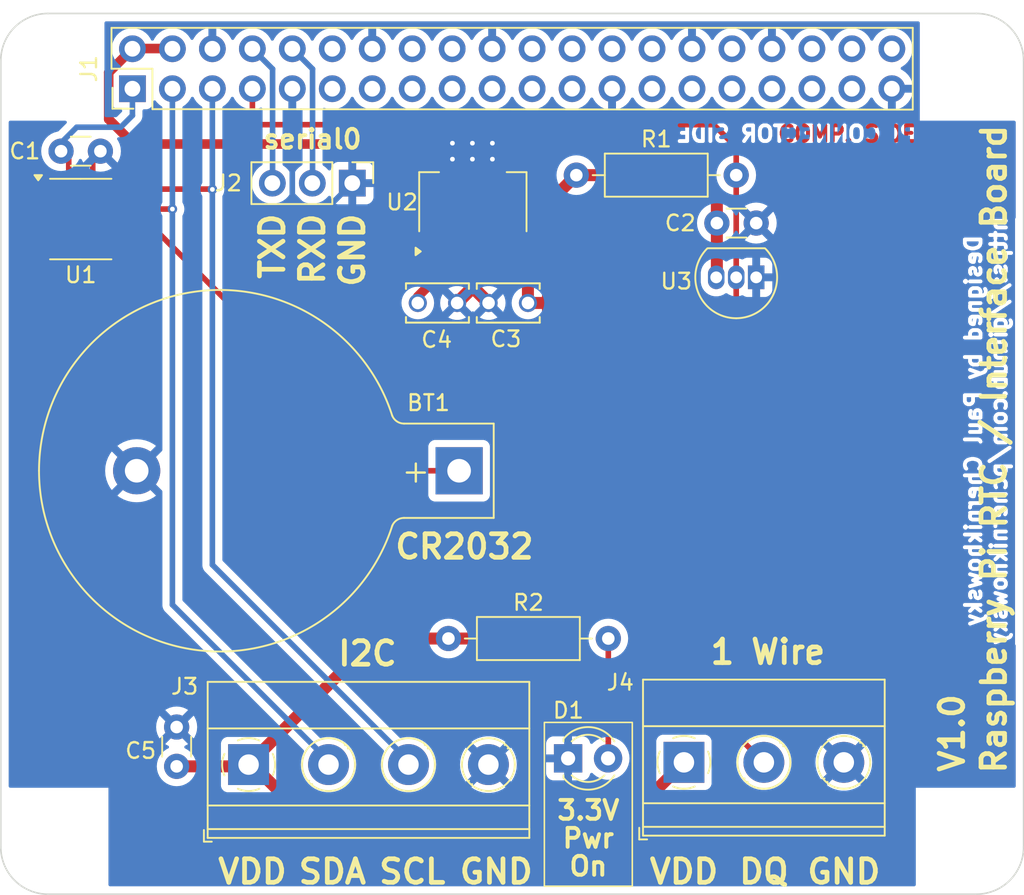
<source format=kicad_pcb>
(kicad_pcb (version 20240108) (generator "pcbnew") (generator_version "8.0")
  (title_block (title "Raspberry Pi RTC / Interface Board") (date "2024-07-20") (rev "V1.0") (company "Paul Chernikhowsky"))
  (layers (0 "F.Cu" signal) (31 "B.Cu" signal) (34 "B.Paste" user) (35 "F.Paste" user) (36 "B.SilkS" user "B.Silkscreen") (37 "F.SilkS" user "F.Silkscreen") (38 "B.Mask" user) (39 "F.Mask" user) (44 "Edge.Cuts" user))
  (net 0 "")
  (net 11 "+3V3")
  (net 13 "Net-(J1-BCM3_SCL)")
  (net 21 "Net-(J1-BCM2_SDA)")
  (net 25 "Net-(J1-BCM15_RXD)")
  (net 28 "Net-(J1-BCM4_GPCLK0)")
  (net 29 "GND")
  (net 30 "Net-(BT1-+)")
  (net 31 "Net-(D1-A)")
  (net 32 "Net-(J1-BCM14_TXD)")
  (net 34 "Net-(U1-VCC)")
  (net 38 "Net-(U2-VI)")
  (footprint "TerminalBlock_Phoenix:TerminalBlock_Phoenix_MKDS-1,5-3-5.08_1x03_P5.08mm_Horizontal" (layer "F.Cu") (at 160.523 130.718)
    (property "Reference" "J4" (at -4.043 -5.08 180) (layer "F.SilkS"))
    (property "Value" "Phoenix_1729131")
    (fp_line (start -2.84 4.16) (end -2.84 4.9) (stroke (width 0.12)) (layer "F.SilkS"))
    (fp_line (start -2.84 4.9) (end -2.34 4.9) (stroke (width 0.12)) (layer "F.SilkS"))
    (fp_line (start -2.6 -5.261) (end -2.6 4.66) (stroke (width 0.12)) (layer "F.SilkS"))
    (fp_line (start -2.6 -5.261) (end 12.76 -5.261) (stroke (width 0.12)) (layer "F.SilkS"))
    (fp_line (start -2.6 -2.301) (end 12.76 -2.301) (stroke (width 0.12)) (layer "F.SilkS"))
    (fp_line (start -2.6 2.6) (end 12.76 2.6) (stroke (width 0.12)) (layer "F.SilkS"))
    (fp_line (start -2.6 4.1) (end 12.76 4.1) (stroke (width 0.12)) (layer "F.SilkS"))
    (fp_line (start -2.6 4.66) (end 12.76 4.66) (stroke (width 0.12)) (layer "F.SilkS"))
    (fp_line (start 3.853 1.023) (end 3.806 1.069) (stroke (width 0.12)) (layer "F.SilkS"))
    (fp_line (start 4.046 1.239) (end 4.011 1.274) (stroke (width 0.12)) (layer "F.SilkS"))
    (fp_line (start 6.15 -1.275) (end 6.115 -1.239) (stroke (width 0.12)) (layer "F.SilkS"))
    (fp_line (start 6.355 -1.069) (end 6.308 -1.023) (stroke (width 0.12)) (layer "F.SilkS"))
    (fp_line (start 8.933 1.023) (end 8.886 1.069) (stroke (width 0.12)) (layer "F.SilkS"))
    (fp_line (start 9.126 1.239) (end 9.091 1.274) (stroke (width 0.12)) (layer "F.SilkS"))
    (fp_line (start 11.23 -1.275) (end 11.195 -1.239) (stroke (width 0.12)) (layer "F.SilkS"))
    (fp_line (start 11.435 -1.069) (end 11.388 -1.023) (stroke (width 0.12)) (layer "F.SilkS"))
    (fp_line (start 12.76 -5.261) (end 12.76 4.66) (stroke (width 0.12)) (layer "F.SilkS"))
    (fp_arc (start -1.535427 0.683042) (mid -1.680501 -0.000524) (end -1.535 -0.684) (stroke (width 0.12)) (layer "F.SilkS"))
    (fp_arc (start -0.683042 -1.535427) (mid 0.000524 -1.680501) (end 0.684 -1.535) (stroke (width 0.12)) (layer "F.SilkS"))
    (fp_arc (start 0.028805 1.680253) (mid -0.335551 1.646659) (end -0.684 1.535) (stroke (width 0.12)) (layer "F.SilkS"))
    (fp_arc (start 0.683318 1.534756) (mid 0.349292 1.643288) (end 0 1.68) (stroke (width 0.12)) (layer "F.SilkS"))
    (fp_arc (start 1.535427 -0.683042) (mid 1.680501 0.000524) (end 1.535 0.684) (stroke (width 0.12)) (layer "F.SilkS"))
    (fp_circle (center 5.08 0) (end 6.76 0) (stroke (width 0.12)) (fill none) (layer "F.SilkS"))
    (fp_circle (center 10.16 0) (end 11.84 0) (stroke (width 0.12)) (fill none) (layer "F.SilkS"))
    (pad "1" thru_hole rect (at 0 0) (size 2.6 2.6) (drill 1.3) (layers "*.Cu" "*.Mask") (net 11 "+3V3"))
    (pad "2" thru_hole circle (at 5.08 0) (size 2.6 2.6) (drill 1.3) (layers "*.Cu" "*.Mask") (net 28 "Net-(J1-BCM4_GPCLK0)"))
    (pad "3" thru_hole circle (at 10.16 0) (size 2.6 2.6) (drill 1.3) (layers "*.Cu" "*.Mask") (net 29 "GND"))
  )
  (footprint "Resistor_THT:R_Axial_DIN0207_L6.3mm_D2.5mm_P10.16mm_Horizontal" (layer "F.Cu") (at 153.686 93.38)
    (property "Reference" "R1" (at 5.08 -2.286 0) (layer "F.SilkS"))
    (property "Value" "4K7")
    (fp_line (start 1.04 0) (end 1.81 0) (stroke (width 0.12)) (layer "F.SilkS"))
    (fp_line (start 1.81 -1.37) (end 1.81 1.37) (stroke (width 0.12)) (layer "F.SilkS"))
    (fp_line (start 1.81 1.37) (end 8.35 1.37) (stroke (width 0.12)) (layer "F.SilkS"))
    (fp_line (start 8.35 -1.37) (end 1.81 -1.37) (stroke (width 0.12)) (layer "F.SilkS"))
    (fp_line (start 8.35 1.37) (end 8.35 -1.37) (stroke (width 0.12)) (layer "F.SilkS"))
    (fp_line (start 9.12 0) (end 8.35 0) (stroke (width 0.12)) (layer "F.SilkS"))
    (pad "1" thru_hole circle (at 0 0) (size 1.6 1.6) (drill 0.8) (layers "*.Cu" "*.Mask") (net 11 "+3V3"))
    (pad "2" thru_hole oval (at 10.16 0) (size 1.6 1.6) (drill 0.8) (layers "*.Cu" "*.Mask") (net 28 "Net-(J1-BCM4_GPCLK0)"))
  )
  (footprint "MountingHole:MountingHole_2.7mm" (layer "F.Cu") (at 178.61 86.6)
    (property "Reference" "REF2" (hide yes))
    (property "Value" "MountingHole_2.7mm" (hide yes))
    (pad "" np_thru_hole circle (at 0 0) (size 2.7 2.7) (drill 2.7) (layers "*.Cu" "*.Mask"))
  )
  (footprint "Connector_PinHeader_2.54mm:PinHeader_1x03_P2.54mm_Vertical" (layer "F.Cu") (at 139.447 93.888 -90)
    (property "Reference" "J2" (at 0 7.874 180) (layer "F.SilkS"))
    (property "Value" "1x03 header")
    (fp_line (start -1.33 6.41) (end 1.33 6.41) (stroke (width 0.12)) (layer "F.SilkS"))
    (fp_line (start -1.33 1.27) (end -1.33 6.41) (stroke (width 0.12)) (layer "F.SilkS"))
    (fp_line (start -1.33 1.27) (end 1.33 1.27) (stroke (width 0.12)) (layer "F.SilkS"))
    (fp_line (start 1.33 1.27) (end 1.33 6.41) (stroke (width 0.12)) (layer "F.SilkS"))
    (fp_line (start -1.33 0) (end -1.33 -1.33) (stroke (width 0.12)) (layer "F.SilkS"))
    (fp_line (start -1.33 -1.33) (end 0 -1.33) (stroke (width 0.12)) (layer "F.SilkS"))
    (pad "1" thru_hole rect (at 0 0 270) (size 1.7 1.7) (drill 1) (layers "*.Cu" "*.Mask") (net 29 "GND"))
    (pad "2" thru_hole oval (at 0 2.54 270) (size 1.7 1.7) (drill 1) (layers "*.Cu" "*.Mask") (net 25 "Net-(J1-BCM15_RXD)"))
    (pad "3" thru_hole oval (at 0 5.08 270) (size 1.7 1.7) (drill 1) (layers "*.Cu" "*.Mask") (net 32 "Net-(J1-BCM14_TXD)"))
  )
  (footprint "Capacitor_THT:C_Disc_D3.0mm_W1.6mm_P2.50mm" (layer "F.Cu") (at 162.616 96.428)
    (property "Reference" "C2" (at -2.326 0 0) (layer "F.SilkS"))
    (property "Value" "0.1uF")
    (fp_line (start 0.621 -0.92) (end 1.879 -0.92) (stroke (width 0.12)) (layer "F.SilkS"))
    (fp_line (start 0.621 0.92) (end 1.879 0.92) (stroke (width 0.12)) (layer "F.SilkS"))
    (pad "1" thru_hole circle (at 0 0) (size 1.6 1.6) (drill 0.8) (layers "*.Cu" "*.Mask") (net 11 "+3V3"))
    (pad "2" thru_hole circle (at 2.5 0) (size 1.6 1.6) (drill 0.8) (layers "*.Cu" "*.Mask") (net 29 "GND"))
  )
  (footprint "Paul's_Footprints:CAPRB250W50L400T250H550" (layer "F.Cu") (at 149.36 101.508)
    (property "Reference" "C3" (at -0.15 2.292 0) (layer "F.SilkS"))
    (property "Value" "2.2uF")
    (fp_line (start -2 -1.25) (end -2 -0.895) (stroke (width 0.127)) (layer "F.SilkS"))
    (fp_line (start -2 -1.25) (end 2 -1.25) (stroke (width 0.127)) (layer "F.SilkS"))
    (fp_line (start -2 1.25) (end -2 0.895) (stroke (width 0.127)) (layer "F.SilkS"))
    (fp_line (start -2 1.25) (end 2 1.25) (stroke (width 0.127)) (layer "F.SilkS"))
    (fp_line (start 2 -1.25) (end 2 -0.895) (stroke (width 0.127)) (layer "F.SilkS"))
    (fp_line (start 2 1.25) (end 2 0.895) (stroke (width 0.127)) (layer "F.SilkS"))
    (pad "1" thru_hole circle (at -1.25 0) (size 1.15 1.15) (drill 0.8) (layers "*.Cu" "*.Mask") (net 29 "GND"))
    (pad "2" thru_hole circle (at 1.25 0) (size 1.15 1.15) (drill 0.8) (layers "*.Cu" "*.Mask") (net 11 "+3V3"))
  )
  (footprint "Capacitor_THT:C_Disc_D3.0mm_W1.6mm_P2.50mm" (layer "F.Cu") (at 123.44 91.856 180)
    (property "Reference" "C1" (at 4.806 0.002 0) (layer "F.SilkS"))
    (property "Value" "0.1uF")
    (fp_line (start 0.621 0.92) (end 1.879 0.92) (stroke (width 0.12)) (layer "F.SilkS"))
    (fp_line (start 0.621 -0.92) (end 1.879 -0.92) (stroke (width 0.12)) (layer "F.SilkS"))
    (pad "1" thru_hole circle (at 0 0 180) (size 1.6 1.6) (drill 0.8) (layers "*.Cu" "*.Mask") (net 29 "GND"))
    (pad "2" thru_hole circle (at 2.5 0 180) (size 1.6 1.6) (drill 0.8) (layers "*.Cu" "*.Mask") (net 34 "Net-(U1-VCC)"))
  )
  (footprint "Paul's_Footprints:RPI_PinSocket_2x20" (layer "F.Cu") (at 125.476 87.884 90)
    (property "Reference" "J1" (at 1.27 -2.77 90) (layer "F.SilkS"))
    (property "Value" "PPTC202LFBN-RC")
    (fp_line (start 3.87 -1.33) (end 3.87 49.59) (stroke (width 0.12)) (layer "F.SilkS"))
    (fp_line (start 1.27 -1.33) (end 3.87 -1.33) (stroke (width 0.12)) (layer "F.SilkS"))
    (fp_line (start 1.27 -1.33) (end 1.27 1.27) (stroke (width 0.12)) (layer "F.SilkS"))
    (fp_line (start -1.27 -1.27) (end 0.06 -1.27) (stroke (width 0.12)) (layer "F.SilkS"))
    (fp_line (start -1.27 -1.27) (end -1.27 0.06) (stroke (width 0.12)) (layer "F.SilkS"))
    (fp_line (start -1.3 1.27) (end 1.27 1.27) (stroke (width 0.12)) (layer "F.SilkS"))
    (fp_line (start -1.3 1.27) (end -1.33 49.59) (stroke (width 0.12)) (layer "F.SilkS"))
    (fp_line (start -1.33 49.59) (end 3.87 49.59) (stroke (width 0.12)) (layer "F.SilkS"))
    (pad "1" thru_hole rect (at 0 0 90) (size 1.7 1.7) (drill 1) (layers "*.Cu" "*.Mask") (net 34 "Net-(U1-VCC)"))
    (pad "2" thru_hole oval (at 2.54 0 90) (size 1.7 1.7) (drill 1) (layers "*.Cu" "*.Mask") (net 38 "Net-(U2-VI)"))
    (pad "3" thru_hole oval (at 0 2.54 90) (size 1.7 1.7) (drill 1) (layers "*.Cu" "*.Mask") (net 21 "Net-(J1-BCM2_SDA)"))
    (pad "4" thru_hole oval (at 2.54 2.54 90) (size 1.7 1.7) (drill 1) (layers "*.Cu" "*.Mask") (net 38 "Net-(U2-VI)"))
    (pad "5" thru_hole oval (at 0 5.08 90) (size 1.7 1.7) (drill 1) (layers "*.Cu" "*.Mask") (net 13 "Net-(J1-BCM3_SCL)"))
    (pad "6" thru_hole oval (at 2.54 5.08 90) (size 1.7 1.7) (drill 1) (layers "*.Cu" "*.Mask") (net 29 "GND"))
    (pad "7" thru_hole oval (at 0 7.62 90) (size 1.7 1.7) (drill 1) (layers "*.Cu" "*.Mask") (net 28 "Net-(J1-BCM4_GPCLK0)"))
    (pad "8" thru_hole oval (at 2.54 7.62 90) (size 1.7 1.7) (drill 1) (layers "*.Cu" "*.Mask") (net 32 "Net-(J1-BCM14_TXD)"))
    (pad "9" thru_hole oval (at 0 10.16 90) (size 1.7 1.7) (drill 1) (layers "*.Cu" "*.Mask") (net 29 "GND"))
    (pad "10" thru_hole oval (at 2.54 10.16 90) (size 1.7 1.7) (drill 1) (layers "*.Cu" "*.Mask") (net 25 "Net-(J1-BCM15_RXD)"))
    (pad "11" thru_hole oval (at 0 12.7 90) (size 1.7 1.7) (drill 1) (layers "*.Cu" "*.Mask"))
    (pad "12" thru_hole oval (at 2.54 12.7 90) (size 1.7 1.7) (drill 1) (layers "*.Cu" "*.Mask"))
    (pad "13" thru_hole oval (at 0 15.24 90) (size 1.7 1.7) (drill 1) (layers "*.Cu" "*.Mask"))
    (pad "14" thru_hole oval (at 2.54 15.24 90) (size 1.7 1.7) (drill 1) (layers "*.Cu" "*.Mask") (net 29 "GND"))
    (pad "15" thru_hole oval (at 0 17.78 90) (size 1.7 1.7) (drill 1) (layers "*.Cu" "*.Mask"))
    (pad "16" thru_hole oval (at 2.54 17.78 90) (size 1.7 1.7) (drill 1) (layers "*.Cu" "*.Mask"))
    (pad "17" thru_hole oval (at 0 20.32 90) (size 1.7 1.7) (drill 1) (layers "*.Cu" "*.Mask"))
    (pad "18" thru_hole oval (at 2.54 20.32 90) (size 1.7 1.7) (drill 1) (layers "*.Cu" "*.Mask"))
    (pad "19" thru_hole oval (at 0 22.86 90) (size 1.7 1.7) (drill 1) (layers "*.Cu" "*.Mask"))
    (pad "20" thru_hole oval (at 2.54 22.86 90) (size 1.7 1.7) (drill 1) (layers "*.Cu" "*.Mask") (net 29 "GND"))
    (pad "21" thru_hole oval (at 0 25.4 90) (size 1.7 1.7) (drill 1) (layers "*.Cu" "*.Mask"))
    (pad "22" thru_hole oval (at 2.54 25.4 90) (size 1.7 1.7) (drill 1) (layers "*.Cu" "*.Mask"))
    (pad "23" thru_hole oval (at 0 27.94 90) (size 1.7 1.7) (drill 1) (layers "*.Cu" "*.Mask"))
    (pad "24" thru_hole oval (at 2.54 27.94 90) (size 1.7 1.7) (drill 1) (layers "*.Cu" "*.Mask"))
    (pad "25" thru_hole oval (at 0 30.48 90) (size 1.7 1.7) (drill 1) (layers "*.Cu" "*.Mask") (net 29 "GND"))
    (pad "26" thru_hole oval (at 2.54 30.48 90) (size 1.7 1.7) (drill 1) (layers "*.Cu" "*.Mask"))
    (pad "27" thru_hole oval (at 0 33.02 90) (size 1.7 1.7) (drill 1) (layers "*.Cu" "*.Mask"))
    (pad "28" thru_hole oval (at 2.54 33.02 90) (size 1.7 1.7) (drill 1) (layers "*.Cu" "*.Mask"))
    (pad "29" thru_hole oval (at 0 35.56 90) (size 1.7 1.7) (drill 1) (layers "*.Cu" "*.Mask"))
    (pad "30" thru_hole oval (at 2.54 35.56 90) (size 1.7 1.7) (drill 1) (layers "*.Cu" "*.Mask") (net 29 "GND"))
    (pad "31" thru_hole oval (at 0 38.1 90) (size 1.7 1.7) (drill 1) (layers "*.Cu" "*.Mask"))
    (pad "32" thru_hole oval (at 2.54 38.1 90) (size 1.7 1.7) (drill 1) (layers "*.Cu" "*.Mask"))
    (pad "33" thru_hole oval (at 0 40.64 90) (size 1.7 1.7) (drill 1) (layers "*.Cu" "*.Mask"))
    (pad "34" thru_hole oval (at 2.54 40.64 90) (size 1.7 1.7) (drill 1) (layers "*.Cu" "*.Mask") (net 29 "GND"))
    (pad "35" thru_hole oval (at 0 43.18 90) (size 1.7 1.7) (drill 1) (layers "*.Cu" "*.Mask"))
    (pad "36" thru_hole oval (at 2.54 43.18 90) (size 1.7 1.7) (drill 1) (layers "*.Cu" "*.Mask"))
    (pad "37" thru_hole oval (at 0 45.72 90) (size 1.7 1.7) (drill 1) (layers "*.Cu" "*.Mask"))
    (pad "38" thru_hole oval (at 2.54 45.72 90) (size 1.7 1.7) (drill 1) (layers "*.Cu" "*.Mask"))
    (pad "39" thru_hole oval (at 0 48.26 90) (size 1.7 1.7) (drill 1) (layers "*.Cu" "*.Mask") (net 29 "GND"))
    (pad "40" thru_hole oval (at 2.54 48.26 90) (size 1.7 1.7) (drill 1) (layers "*.Cu" "*.Mask"))
  )
  (footprint "TerminalBlock_Phoenix:TerminalBlock_Phoenix_MKDS-1,5-4-5.08_1x04_P5.08mm_Horizontal" (layer "F.Cu") (at 132.858 130.861)
    (property "Reference" "J3" (at -4.064 -4.969 180) (layer "F.SilkS"))
    (property "Value" "Phoenix_1729144")
    (fp_line (start -2.84 4.16) (end -2.84 4.9) (stroke (width 0.12)) (layer "F.SilkS"))
    (fp_line (start -2.84 4.9) (end -2.34 4.9) (stroke (width 0.12)) (layer "F.SilkS"))
    (fp_line (start -2.6 -5.261) (end -2.6 4.66) (stroke (width 0.12)) (layer "F.SilkS"))
    (fp_line (start -2.6 -5.261) (end 17.84 -5.261) (stroke (width 0.12)) (layer "F.SilkS"))
    (fp_line (start -2.6 -2.301) (end 17.84 -2.301) (stroke (width 0.12)) (layer "F.SilkS"))
    (fp_line (start -2.6 2.6) (end 17.84 2.6) (stroke (width 0.12)) (layer "F.SilkS"))
    (fp_line (start -2.6 4.1) (end 17.84 4.1) (stroke (width 0.12)) (layer "F.SilkS"))
    (fp_line (start -2.6 4.66) (end 17.84 4.66) (stroke (width 0.12)) (layer "F.SilkS"))
    (fp_line (start 3.853 1.023) (end 3.806 1.069) (stroke (width 0.12)) (layer "F.SilkS"))
    (fp_line (start 4.046 1.239) (end 4.011 1.274) (stroke (width 0.12)) (layer "F.SilkS"))
    (fp_line (start 6.15 -1.275) (end 6.115 -1.239) (stroke (width 0.12)) (layer "F.SilkS"))
    (fp_line (start 6.355 -1.069) (end 6.308 -1.023) (stroke (width 0.12)) (layer "F.SilkS"))
    (fp_line (start 8.933 1.023) (end 8.886 1.069) (stroke (width 0.12)) (layer "F.SilkS"))
    (fp_line (start 9.126 1.239) (end 9.091 1.274) (stroke (width 0.12)) (layer "F.SilkS"))
    (fp_line (start 11.23 -1.275) (end 11.195 -1.239) (stroke (width 0.12)) (layer "F.SilkS"))
    (fp_line (start 11.435 -1.069) (end 11.388 -1.023) (stroke (width 0.12)) (layer "F.SilkS"))
    (fp_line (start 14.013 1.023) (end 13.966 1.069) (stroke (width 0.12)) (layer "F.SilkS"))
    (fp_line (start 14.206 1.239) (end 14.171 1.274) (stroke (width 0.12)) (layer "F.SilkS"))
    (fp_line (start 16.31 -1.275) (end 16.275 -1.239) (stroke (width 0.12)) (layer "F.SilkS"))
    (fp_line (start 16.515 -1.069) (end 16.468 -1.023) (stroke (width 0.12)) (layer "F.SilkS"))
    (fp_line (start 17.84 -5.261) (end 17.84 4.66) (stroke (width 0.12)) (layer "F.SilkS"))
    (fp_arc (start -1.535427 0.683042) (mid -1.680501 -0.000524) (end -1.535 -0.684) (stroke (width 0.12)) (layer "F.SilkS"))
    (fp_arc (start -0.683042 -1.535427) (mid 0.000524 -1.680501) (end 0.684 -1.535) (stroke (width 0.12)) (layer "F.SilkS"))
    (fp_arc (start 0.028805 1.680253) (mid -0.335551 1.646659) (end -0.684 1.535) (stroke (width 0.12)) (layer "F.SilkS"))
    (fp_arc (start 0.683318 1.534756) (mid 0.349292 1.643288) (end 0 1.68) (stroke (width 0.12)) (layer "F.SilkS"))
    (fp_arc (start 1.535427 -0.683042) (mid 1.680501 0.000524) (end 1.535 0.684) (stroke (width 0.12)) (layer "F.SilkS"))
    (fp_circle (center 5.08 0) (end 6.76 0) (stroke (width 0.12)) (fill none) (layer "F.SilkS"))
    (fp_circle (center 10.16 0) (end 11.84 0) (stroke (width 0.12)) (fill none) (layer "F.SilkS"))
    (fp_circle (center 15.24 0) (end 16.92 0) (stroke (width 0.12)) (fill none) (layer "F.SilkS"))
    (pad "1" thru_hole rect (at 0 0) (size 2.6 2.6) (drill 1.3) (layers "*.Cu" "*.Mask") (net 11 "+3V3"))
    (pad "2" thru_hole circle (at 5.08 0) (size 2.6 2.6) (drill 1.3) (layers "*.Cu" "*.Mask") (net 21 "Net-(J1-BCM2_SDA)"))
    (pad "3" thru_hole circle (at 10.16 0) (size 2.6 2.6) (drill 1.3) (layers "*.Cu" "*.Mask") (net 13 "Net-(J1-BCM3_SCL)"))
    (pad "4" thru_hole circle (at 15.24 0) (size 2.6 2.6) (drill 1.3) (layers "*.Cu" "*.Mask") (net 29 "GND"))
  )
  (footprint "MountingHole:MountingHole_2.7mm" (layer "F.Cu") (at 120.61 135.6)
    (property "Reference" "REF3" (hide yes))
    (property "Value" "MountingHole_2.7mm" (hide yes))
    (pad "" np_thru_hole circle (at 0 0) (size 2.7 2.7) (drill 2.7) (layers "*.Cu" "*.Mask"))
  )
  (footprint "Package_TO_SOT_SMD:SOT-223-3_TabPin2" (layer "F.Cu") (at 147.11 95.1 90)
    (property "Reference" "U2" (at 0 -4.5 180) (layer "F.SilkS"))
    (property "Value" "AP7361EA-33E-13")
    (fp_line (start 1.91 -3.41) (end 1.91 -2.15) (stroke (width 0.12)) (layer "F.SilkS"))
    (fp_line (start -1.85 -3.41) (end 1.91 -3.41) (stroke (width 0.12)) (layer "F.SilkS"))
    (fp_line (start 1.91 3.41) (end 1.91 2.15) (stroke (width 0.12)) (layer "F.SilkS"))
    (fp_line (start -1.85 3.41) (end 1.91 3.41) (stroke (width 0.12)) (layer "F.SilkS"))
    (fp_poly (pts (xy -3.13 -3.31) (xy -3.37 -3.64) (xy -2.89 -3.64) (xy -3.13 -3.31)) (stroke (width 0.12)) (fill solid) (layer "F.SilkS"))
    (pad "1" smd roundrect (at -3.15 -2.3 90) (size 2 1.5) (layers "F.Cu" "F.Paste" "F.Mask") (net 38 "Net-(U2-VI)"))
    (pad "2" smd roundrect (at -3.15 0 90) (size 2 1.5) (layers "F.Cu" "F.Paste" "F.Mask") (net 29 "GND"))
    (pad "2" smd roundrect (at 3.15 0 90) (size 2 3.8) (layers "F.Cu" "F.Paste" "F.Mask") (net 29 "GND"))
    (pad "3" smd roundrect (at -3.15 2.3 90) (size 2 1.5) (layers "F.Cu" "F.Paste" "F.Mask") (net 11 "+3V3"))
  )
  (footprint "MountingHole:MountingHole_2.7mm" (layer "F.Cu") (at 178.61 135.6)
    (property "Reference" "REF4" (hide yes))
    (property "Value" "MountingHole_2.7mm" (hide yes))
    (pad "" np_thru_hole circle (at 0 0) (size 2.7 2.7) (drill 2.7) (layers "*.Cu" "*.Mask"))
  )
  (footprint "MountingHole:MountingHole_2.7mm" (layer "F.Cu") (at 120.61 86.6)
    (property "Reference" "REF1" (hide yes))
    (property "Value" "MountingHole_2.7mm" (hide yes))
    (pad "" np_thru_hole circle (at 0 0) (size 2.7 2.7) (drill 2.7) (layers "*.Cu" "*.Mask"))
  )
  (footprint "Battery:BatteryHolder_Keystone_103_1x20mm" (layer "F.Cu") (at 146.236 112.176 180)
    (property "Reference" "BT1" (at 1.948 4.318 0) (layer "F.SilkS"))
    (property "Value" "CR2032 3V Li")
    (fp_line (start -2.2 3) (end 3.5 3) (stroke (width 0.12)) (layer "F.SilkS"))
    (fp_line (start -2.2 3) (end -2.2 -3) (stroke (width 0.12)) (layer "F.SilkS"))
    (fp_line (start -2.2 -3) (end 3.5 -3) (stroke (width 0.12)) (layer "F.SilkS"))
    (fp_arc (start 26.695671 0) (mid 16.971103 11.358466) (end 4.25 3.5) (stroke (width 0.12)) (layer "F.SilkS"))
    (fp_arc (start 4.25 -3.5) (mid 16.971103 -11.358466) (end 26.695671 0) (stroke (width 0.12)) (layer "F.SilkS"))
    (fp_arc (start 4.25 -3.5) (mid 3.950694 -3.136459) (end 3.5 -3) (stroke (width 0.12)) (layer "F.SilkS"))
    (fp_arc (start 3.5 3) (mid 3.950694 3.136459) (end 4.25 3.5) (stroke (width 0.12)) (layer "F.SilkS"))
    (fp_text user "+" (at 2.75 0 0) (layer "F.SilkS") (effects (font (size 1.5 1.5))))
    (pad "1" thru_hole rect (at 0 0 180) (size 3 3) (drill 1.5) (layers "*.Cu" "*.Mask") (net 30 "Net-(BT1-+)"))
    (pad "2" thru_hole circle (at 20.49 0 180) (size 3 3) (drill 1.5) (layers "*.Cu" "*.Mask") (net 29 "GND"))
  )
  (footprint "Paul's_Footprints:CAPRB250W50L400T250H550" (layer "F.Cu") (at 144.86 101.508 180)
    (property "Reference" "C4" (at 0.05 -2.335 180) (layer "F.SilkS"))
    (property "Value" "2.2uF")
    (fp_line (start 2 1.25) (end 2 0.895) (stroke (width 0.127)) (layer "F.SilkS"))
    (fp_line (start 2 -1.25) (end 2 -0.895) (stroke (width 0.127)) (layer "F.SilkS"))
    (fp_line (start -2 1.25) (end 2 1.25) (stroke (width 0.127)) (layer "F.SilkS"))
    (fp_line (start -2 1.25) (end -2 0.895) (stroke (width 0.127)) (layer "F.SilkS"))
    (fp_line (start -2 -1.25) (end 2 -1.25) (stroke (width 0.127)) (layer "F.SilkS"))
    (fp_line (start -2 -1.25) (end -2 -0.895) (stroke (width 0.127)) (layer "F.SilkS"))
    (pad "1" thru_hole circle (at -1.25 0 180) (size 1.15 1.15) (drill 0.8) (layers "*.Cu" "*.Mask") (net 29 "GND"))
    (pad "2" thru_hole circle (at 1.25 0 180) (size 1.15 1.15) (drill 0.8) (layers "*.Cu" "*.Mask") (net 38 "Net-(U2-VI)"))
  )
  (footprint "Capacitor_THT:C_Disc_D3.0mm_W1.6mm_P2.50mm" (layer "F.Cu") (at 128.286 130.972 90)
    (property "Reference" "C5" (at 0.996 -2.286 0) (layer "F.SilkS"))
    (property "Value" "0.1uF")
    (fp_line (start 0.621 -0.92) (end 1.879 -0.92) (stroke (width 0.12)) (layer "F.SilkS"))
    (fp_line (start 0.621 0.92) (end 1.879 0.92) (stroke (width 0.12)) (layer "F.SilkS"))
    (pad "1" thru_hole circle (at 0 0 90) (size 1.6 1.6) (drill 0.8) (layers "*.Cu" "*.Mask") (net 11 "+3V3"))
    (pad "2" thru_hole circle (at 2.5 0 90) (size 1.6 1.6) (drill 0.8) (layers "*.Cu" "*.Mask") (net 29 "GND"))
  )
  (footprint "LED_THT:LED_D3.0mm" (layer "F.Cu") (at 153.162 130.464)
    (property "Reference" "D1" (at 0.016 -3.048 180) (layer "F.SilkS"))
    (property "Value" "LTL-4211N")
    (fp_line (start -0.29 -1.236) (end -0.29 -1.08) (stroke (width 0.12)) (layer "F.SilkS"))
    (fp_line (start -0.29 1.08) (end -0.29 1.236) (stroke (width 0.12)) (layer "F.SilkS"))
    (fp_arc (start -0.29 -1.235516) (mid 1.366487 -1.987659) (end 2.942335 -1.078608) (stroke (width 0.12)) (layer "F.SilkS"))
    (fp_arc (start 0.229039 -1.08) (mid 1.270117 -1.5) (end 2.31113 -1.079837) (stroke (width 0.12)) (layer "F.SilkS"))
    (fp_arc (start 2.31113 1.079837) (mid 1.270117 1.5) (end 0.229039 1.08) (stroke (width 0.12)) (layer "F.SilkS"))
    (fp_arc (start 2.942335 1.078608) (mid 1.366487 1.987659) (end -0.29 1.235516) (stroke (width 0.12)) (layer "F.SilkS"))
    (pad "1" thru_hole rect (at 0 0) (size 1.8 1.8) (drill 0.9) (layers "*.Cu" "*.Mask") (net 29 "GND"))
    (pad "2" thru_hole circle (at 2.54 0) (size 1.8 1.8) (drill 0.9) (layers "*.Cu" "*.Mask") (net 31 "Net-(D1-A)"))
  )
  (footprint "Package_SO:SOIC-8_3.9x4.9mm_P1.27mm" (layer "F.Cu") (at 122.19 96.172)
    (property "Reference" "U1" (at 0 3.556 0) (layer "F.SilkS"))
    (property "Value" "DS3231MZ+")
    (fp_line (start 0 -2.56) (end -1.95 -2.56) (stroke (width 0.12)) (layer "F.SilkS"))
    (fp_line (start 0 -2.56) (end 1.95 -2.56) (stroke (width 0.12)) (layer "F.SilkS"))
    (fp_line (start 0 2.56) (end -1.95 2.56) (stroke (width 0.12)) (layer "F.SilkS"))
    (fp_line (start 0 2.56) (end 1.95 2.56) (stroke (width 0.12)) (layer "F.SilkS"))
    (fp_poly (pts (xy -2.7 -2.465) (xy -2.94 -2.795) (xy -2.46 -2.795) (xy -2.7 -2.465)) (stroke (width 0.12)) (fill solid) (layer "F.SilkS"))
    (pad "1" smd roundrect (at -2.475 -1.905) (size 1.95 0.6) (layers "F.Cu" "F.Paste" "F.Mask"))
    (pad "2" smd roundrect (at -2.475 -0.635) (size 1.95 0.6) (layers "F.Cu" "F.Paste" "F.Mask") (net 34 "Net-(U1-VCC)"))
    (pad "3" smd roundrect (at -2.475 0.635) (size 1.95 0.6) (layers "F.Cu" "F.Paste" "F.Mask"))
    (pad "4" smd roundrect (at -2.475 1.905) (size 1.95 0.6) (layers "F.Cu" "F.Paste" "F.Mask"))
    (pad "5" smd roundrect (at 2.475 1.905) (size 1.95 0.6) (layers "F.Cu" "F.Paste" "F.Mask") (net 29 "GND"))
    (pad "6" smd roundrect (at 2.475 0.635) (size 1.95 0.6) (layers "F.Cu" "F.Paste" "F.Mask") (net 30 "Net-(BT1-+)"))
    (pad "7" smd roundrect (at 2.475 -0.635) (size 1.95 0.6) (layers "F.Cu" "F.Paste" "F.Mask") (net 21 "Net-(J1-BCM2_SDA)"))
    (pad "8" smd roundrect (at 2.475 -1.905) (size 1.95 0.6) (layers "F.Cu" "F.Paste" "F.Mask") (net 13 "Net-(J1-BCM3_SCL)"))
  )
  (footprint "Resistor_THT:R_Axial_DIN0207_L6.3mm_D2.5mm_P10.16mm_Horizontal" (layer "F.Cu") (at 155.718 122.844 180)
    (property "Reference" "R2" (at 5.08 2.286 180) (layer "F.SilkS"))
    (property "Value" "82R")
    (fp_line (start 9.12 0) (end 8.35 0) (stroke (width 0.12)) (layer "F.SilkS"))
    (fp_line (start 8.35 1.37) (end 8.35 -1.37) (stroke (width 0.12)) (layer "F.SilkS"))
    (fp_line (start 8.35 -1.37) (end 1.81 -1.37) (stroke (width 0.12)) (layer "F.SilkS"))
    (fp_line (start 1.81 1.37) (end 8.35 1.37) (stroke (width 0.12)) (layer "F.SilkS"))
    (fp_line (start 1.81 -1.37) (end 1.81 1.37) (stroke (width 0.12)) (layer "F.SilkS"))
    (fp_line (start 1.04 0) (end 1.81 0) (stroke (width 0.12)) (layer "F.SilkS"))
    (pad "1" thru_hole circle (at 0 0 180) (size 1.6 1.6) (drill 0.8) (layers "*.Cu" "*.Mask") (net 31 "Net-(D1-A)"))
    (pad "2" thru_hole oval (at 10.16 0 180) (size 1.6 1.6) (drill 0.8) (layers "*.Cu" "*.Mask") (net 11 "+3V3"))
  )
  (footprint "Package_TO_SOT_THT:TO-92_Inline" (layer "F.Cu") (at 165.116 99.878 180)
    (property "Reference" "U3" (at 5.08 -0.254 0) (layer "F.SilkS"))
    (property "Value" "DS18B20")
    (fp_line (start -0.53 1.85) (end 3.07 1.85) (stroke (width 0.12)) (layer "F.SilkS"))
    (fp_arc (start 1.27 -2.6) (mid 3.672087 -0.994977) (end 3.108478 1.838478) (stroke (width 0.12)) (layer "F.SilkS"))
    (fp_arc (start -0.568478 1.838478) (mid -1.132087 -0.994977) (end 1.27 -2.6) (stroke (width 0.12)) (layer "F.SilkS"))
    (pad "1" thru_hole rect (at 0 0 180) (size 1.05 1.5) (drill 0.75) (layers "*.Cu" "*.Mask") (net 29 "GND"))
    (pad "2" thru_hole oval (at 1.27 0 180) (size 1.05 1.5) (drill 0.75) (layers "*.Cu" "*.Mask") (net 28 "Net-(J1-BCM4_GPCLK0)"))
    (pad "3" thru_hole oval (at 2.54 0 180) (size 1.05 1.5) (drill 0.75) (layers "*.Cu" "*.Mask") (net 11 "+3V3"))
  )
  (gr_rect (start 151.654 128.178) (end 157.242 138.592) (stroke (width 0.1)) (fill none) (layer "F.SilkS"))
  (gr_arc (start 120.11 139.1) (mid 117.98868 138.22132) (end 117.11 136.1) (stroke (width 0.1)) (layer "Edge.Cuts"))
  (gr_arc (start 182.11 136.1) (mid 181.23132 138.22132) (end 179.11 139.1) (stroke (width 0.1)) (layer "Edge.Cuts"))
  (gr_arc (start 117.11 86.1) (mid 117.98868 83.97868) (end 120.11 83.1) (stroke (width 0.1)) (layer "Edge.Cuts"))
  (gr_line (start 120.11 83.1) (end 179.11 83.1) (stroke (width 0.1)) (layer "Edge.Cuts"))
  (gr_arc (start 179.11 83.1) (mid 181.23132 83.97868) (end 182.11 86.1) (stroke (width 0.1)) (layer "Edge.Cuts"))
  (gr_line (start 120.11 139.1) (end 179.11 139.1) (stroke (width 0.1)) (layer "Edge.Cuts"))
  (gr_line (start 182.11 86.1) (end 182.11 136.1) (stroke (width 0.1)) (layer "Edge.Cuts"))
  (gr_line (start 117.11 86.1) (end 117.11 136.1) (stroke (width 0.1)) (layer "Edge.Cuts"))
  (gr_text "COMP. SIDE" (at 166.386 91.348 0) (layer "F.Cu") (effects (font (size 1 1) (thickness 0.25) (bold yes)) (justify left bottom)))
  (gr_text "PI CONNECTOR SIDE" (at 167.656 91.348 0) (layer "B.Cu" knockout) (effects (font (size 1 1) (thickness 0.25) (bold yes)) (justify bottom mirror)))
  (gr_text "Designed by Paul Chernikhowsky\nhttps://github.com/pchernikhowsky" (at 181.118 109.636 90) (layer "B.Cu" knockout) (effects (font (size 1 1) (thickness 0.25) (bold yes)) (justify bottom mirror)))
  (gr_text "CR2032" (at 146.574 117.002 0) (layer "F.SilkS") (effects (font (size 1.5 1.5) (thickness 0.3) (bold yes))))
  (gr_text "GND" (at 148.595 137.668 0) (layer "F.SilkS") (effects (font (size 1.5 1.5) (thickness 0.3) (bold yes))))
  (gr_text "V1.0" (at 177.562 131.48 90) (layer "F.SilkS") (effects (font (size 1.5 1.5) (thickness 0.3) (bold yes)) (justify left)))
  (gr_text "Raspberry Pi RTC / Interface Board" (at 181.102 131.572 90) (layer "F.SilkS") (effects (font (size 1.5 1.5) (thickness 0.3) (bold yes)) (justify left bottom)))
  (gr_text "VDD" (at 133.101 137.668 0) (layer "F.SilkS") (effects (font (size 1.5 1.5) (thickness 0.3) (bold yes))))
  (gr_text "VDD" (at 160.528 137.668 0) (layer "F.SilkS") (effects (font (size 1.5 1.5) (thickness 0.3) (bold yes))))
  (gr_text "Pwr" (at 154.448 135.544 0) (layer "F.SilkS") (effects (font (size 1.2 1.2) (thickness 0.25) (bold yes))))
  (gr_text "GND" (at 139.447 95.666 90) (layer "F.SilkS") (effects (font (size 1.5 1.5) (thickness 0.3) (bold yes)) (justify right)))
  (gr_text "I2C" (at 140.41 123.8 0) (layer "F.SilkS") (effects (font (size 1.5 1.5) (thickness 0.3) (bold yes))))
  (gr_text "TXD" (at 134.367 95.666 90) (layer "F.SilkS") (effects (font (size 1.5 1.5) (thickness 0.3) (bold yes)) (justify right)))
  (gr_text "serial0" (at 136.922 91.094 0) (layer "F.SilkS") (effects (font (size 1.2 1.2) (thickness 0.25) (bold yes))))
  (gr_text "RXD" (at 136.907 95.666 90) (layer "F.SilkS") (effects (font (size 1.5 1.5) (thickness 0.3) (bold yes)) (justify right)))
  (gr_text "On" (at 154.448 137.322 0) (layer "F.SilkS") (effects (font (size 1.2 1.2) (thickness 0.25) (bold yes))))
  (gr_text "SDA" (at 138.181 137.668 0) (layer "F.SilkS") (effects (font (size 1.5 1.5) (thickness 0.3) (bold yes))))
  (gr_text "SCL" (at 143.261 137.668 0) (layer "F.SilkS") (effects (font (size 1.5 1.5) (thickness 0.3) (bold yes))))
  (gr_text "GND" (at 170.688 137.668 0) (layer "F.SilkS") (effects (font (size 1.5 1.5) (thickness 0.3) (bold yes))))
  (gr_text "3.3V" (at 154.448 133.766 0) (layer "F.SilkS") (effects (font (size 1.2 1.2) (thickness 0.25) (bold yes))))
  (gr_text "DQ" (at 165.608 137.668 0) (layer "F.SilkS") (effects (font (size 1.5 1.5) (thickness 0.3) (bold yes))))
  (gr_text "1 Wire" (at 165.862 123.698 0) (layer "F.SilkS") (effects (font (size 1.5 1.5) (thickness 0.3) (bold yes))))
  (segment (start 140.875 122.844) (end 132.858 130.861) (width 0.762) (layer "F.Cu") (net 11))
  (segment (start 151.883113 121.852887) (end 150.892 122.844) (width 0.762) (layer "F.Cu") (net 11))
  (segment (start 151.883113 101.508) (end 151.883113 121.852887) (width 0.762) (layer "F.Cu") (net 11))
  (segment (start 150.61 99.2) (end 149.41 98) (width 0.762) (layer "F.Cu") (net 11))
  (segment (start 153.686 93.38) (end 161.052 93.38) (width 0.762) (layer "F.Cu") (net 11))
  (segment (start 150.61 101.508) (end 151.883113 101.508) (width 0.762) (layer "F.Cu") (net 11))
  (segment (start 162.616 94.944) (end 162.616 96.428) (width 0.762) (layer "F.Cu") (net 11))
  (segment (start 153.686 93.38) (end 151.883113 95.182887) (width 0.762) (layer "F.Cu") (net 11))
  (segment (start 145.558 122.844) (end 140.875 122.844) (width 0.762) (layer "F.Cu") (net 11))
  (segment (start 128.286 130.972) (end 132.747 130.972) (width 0.762) (layer "F.Cu") (net 11))
  (segment (start 137.368 135.128) (end 156.113 135.128) (width 0.762) (layer "F.Cu") (net 11))
  (segment (start 151.883113 95.182887) (end 151.883113 101.508) (width 0.762) (layer "F.Cu") (net 11))
  (segment (start 150.892 122.844) (end 145.558 122.844) (width 0.762) (layer "F.Cu") (net 11))
  (segment (start 133.101 130.861) (end 137.368 135.128) (width 0.762) (layer "F.Cu") (net 11))
  (segment (start 156.113 135.128) (end 160.523 130.718) (width 0.762) (layer "F.Cu") (net 11))
  (segment (start 150.61 101.1) (end 150.61 99.2) (width 0.762) (layer "F.Cu") (net 11))
  (segment (start 161.052 93.38) (end 162.616 94.944) (width 0.762) (layer "F.Cu") (net 11))
  (segment (start 162.616 96.428) (end 162.616 99.838) (width 0.762) (layer "F.Cu") (net 11))
  (segment (start 124.665 94.267) (end 130.535 94.267) (width 0.3556) (layer "F.Cu") (net 13))
  (segment (start 130.535 94.267) (end 130.556 94.288) (width 0.3556) (layer "F.Cu") (net 13))
  (via (at 130.556 94.288) (size 0.6) (drill 0.3) (layers "F.Cu" "B.Cu") (net 13))
  (segment (start 130.556 87.884) (end 130.556 118.156) (width 0.3556) (layer "B.Cu") (net 13))
  (segment (start 130.556 118.156) (end 143.261 130.861) (width 0.3556) (layer "B.Cu") (net 13))
  (segment (start 128.015 95.537) (end 128.016 95.538) (width 0.3556) (layer "F.Cu") (net 21))
  (segment (start 124.665 95.537) (end 128.015 95.537) (width 0.3556) (layer "F.Cu") (net 21))
  (via (at 128.016 95.538) (size 0.6) (drill 0.3) (layers "F.Cu" "B.Cu") (net 21))
  (segment (start 128.016 120.696) (end 138.181 130.861) (width 0.3556) (layer "B.Cu") (net 21))
  (segment (start 128.016 87.884) (end 128.016 120.696) (width 0.3556) (layer "B.Cu") (net 21))
  (segment (start 136.922 86.63) (end 136.922 93.873) (width 0.3556) (layer "B.Cu") (net 25))
  (segment (start 135.636 85.344) (end 136.922 86.63) (width 0.3556) (layer "B.Cu") (net 25))
  (segment (start 163.846 128.961) (end 165.603 130.718) (width 0.3556) (layer "F.Cu") (net 28))
  (segment (start 133.1 87.87) (end 133.1 89.666) (width 0.3556) (layer "F.Cu") (net 28))
  (segment (start 163.846 91.602) (end 163.846 128.961) (width 0.3556) (layer "F.Cu") (net 28))
  (segment (start 133.604 90.17) (end 162.414 90.17) (width 0.3556) (layer "F.Cu") (net 28))
  (segment (start 162.414 90.17) (end 163.846 91.602) (width 0.3556) (layer "F.Cu") (net 28))
  (segment (start 133.1 89.666) (end 133.604 90.17) (width 0.3556) (layer "F.Cu") (net 28))
  (segment (start 123.331 98.077) (end 124.665 98.077) (width 0.3556) (layer "F.Cu") (net 29))
  (segment (start 122.952 97.698) (end 123.331 98.077) (width 0.3556) (layer "F.Cu") (net 29))
  (segment (start 147.11 100.508) (end 148.11 101.508) (width 0.8128) (layer "F.Cu") (net 29))
  (segment (start 122.952 92.344) (end 122.952 97.698) (width 0.3556) (layer "F.Cu") (net 29))
  (segment (start 123.44 91.856) (end 122.952 92.344) (width 0.3556) (layer "F.Cu") (net 29))
  (segment (start 147.082 98.714) (end 147.11 100.508) (width 0.8128) (layer "F.Cu") (net 29))
  (segment (start 146.11 101.508) (end 147.11 100.508) (width 0.8128) (layer "F.Cu") (net 29))
  (via (at 145.812 91.348) (size 0.6) (drill 0.3) (layers "F.Cu" "B.Cu") (net 29))
  (via (at 147.082 91.348) (size 0.6) (drill 0.3) (layers "F.Cu" "B.Cu") (net 29))
  (via (at 145.812 92.364) (size 0.6) (drill 0.3) (layers "F.Cu" "B.Cu") (net 29))
  (via (at 148.352 92.364) (size 0.6) (drill 0.3) (layers "F.Cu" "B.Cu") (net 29))
  (via (at 147.082 92.364) (size 0.6) (drill 0.3) (layers "F.Cu" "B.Cu") (net 29))
  (via (at 148.352 91.348) (size 0.6) (drill 0.3) (layers "F.Cu" "B.Cu") (net 29))
  (segment (start 135.636 87.884) (end 135.636 94.634) (width 0.3556) (layer "B.Cu") (net 29))
  (segment (start 137.923 95.412) (end 139.447 93.888) (width 0.3556) (layer "B.Cu") (net 29))
  (segment (start 135.636 94.634) (end 136.414 95.412) (width 0.3556) (layer "B.Cu") (net 29))
  (segment (start 136.414 95.412) (end 137.923 95.412) (width 0.3556) (layer "B.Cu") (net 29))
  (segment (start 126.887 96.807) (end 142.256 112.176) (width 0.3556) (layer "F.Cu") (net 30))
  (segment (start 124.665 96.807) (end 126.887 96.807) (width 0.3556) (layer "F.Cu") (net 30))
  (segment (start 142.256 112.176) (end 146.236 112.176) (width 0.3556) (layer "F.Cu") (net 30))
  (segment (start 155.718 122.844) (end 155.718 130.448) (width 0.3556) (layer "F.Cu") (net 31))
  (segment (start 133.096 85.344) (end 134.382 86.63) (width 0.3556) (layer "B.Cu") (net 32))
  (segment (start 134.382 86.63) (end 134.382 93.873) (width 0.3556) (layer "B.Cu") (net 32))
  (segment (start 120.742499 95.537) (end 119.715 95.537) (width 0.3556) (layer "F.Cu") (net 34))
  (segment (start 121.428 94.851499) (end 120.742499 95.537) (width 0.3556) (layer "F.Cu") (net 34))
  (segment (start 121.428 92.344) (end 121.428 94.851499) (width 0.3556) (layer "F.Cu") (net 34))
  (segment (start 120.94 91.856) (end 121.428 92.344) (width 0.3556) (layer "F.Cu") (net 34))
  (segment (start 120.94 91.328) (end 120.94 91.856) (width 0.3556) (layer "B.Cu") (net 34))
  (segment (start 124.73 90.332) (end 121.936 90.332) (width 0.3556) (layer "B.Cu") (net 34))
  (segment (start 121.936 90.332) (end 120.94 91.328) (width 0.3556) (layer "B.Cu") (net 34))
  (segment (start 125.476 87.884) (end 125.476 89.586) (width 0.3556) (layer "B.Cu") (net 34))
  (segment (start 125.476 89.586) (end 124.73 90.332) (width 0.3556) (layer "B.Cu") (net 34))
  (segment (start 142.21 91.4) (end 144.81 94) (width 0.6096) (layer "F.Cu") (net 38))
  (segment (start 125.544 91.4) (end 142.21 91.4) (width 0.6096) (layer "F.Cu") (net 38))
  (segment (start 123.968 89.824) (end 125.544 91.4) (width 0.6096) (layer "F.Cu") (net 38))
  (segment (start 144.81 94) (end 144.81 99.9) (width 0.6096) (layer "F.Cu") (net 38))
  (segment (start 125.476 85.344) (end 123.968 86.852) (width 0.6096) (layer "F.Cu") (net 38))
  (segment (start 128.02 85.33) (end 125.48 85.33) (width 0.6096) (layer "F.Cu") (net 38))
  (segment (start 144.81 99.9) (end 143.61 101.1) (width 0.6096) (layer "F.Cu") (net 38))
  (segment (start 123.968 86.852) (end 123.968 89.824) (width 0.6096) (layer "F.Cu") (net 38))
  (zone (net 29) (net_name "GND") (layer "B.Cu") (connect_pads (clearance 0.4572)) (min_thickness 0.2032) (fill yes (thermal_gap 0.5) (thermal_bridge_width 0.5))
    (polygon (pts (xy 123.698 83.566) (xy 123.698 89.916) (xy 117.348 89.916) (xy 117.348 132.334) (xy 123.952 132.334) (xy 123.952 138.938) (xy 175.26 138.938) (xy 175.26 132.334) (xy 181.864 132.334) (xy 181.864 89.916) (xy 175.514 89.916) (xy 175.514 83.566)))
  )
)
</source>
